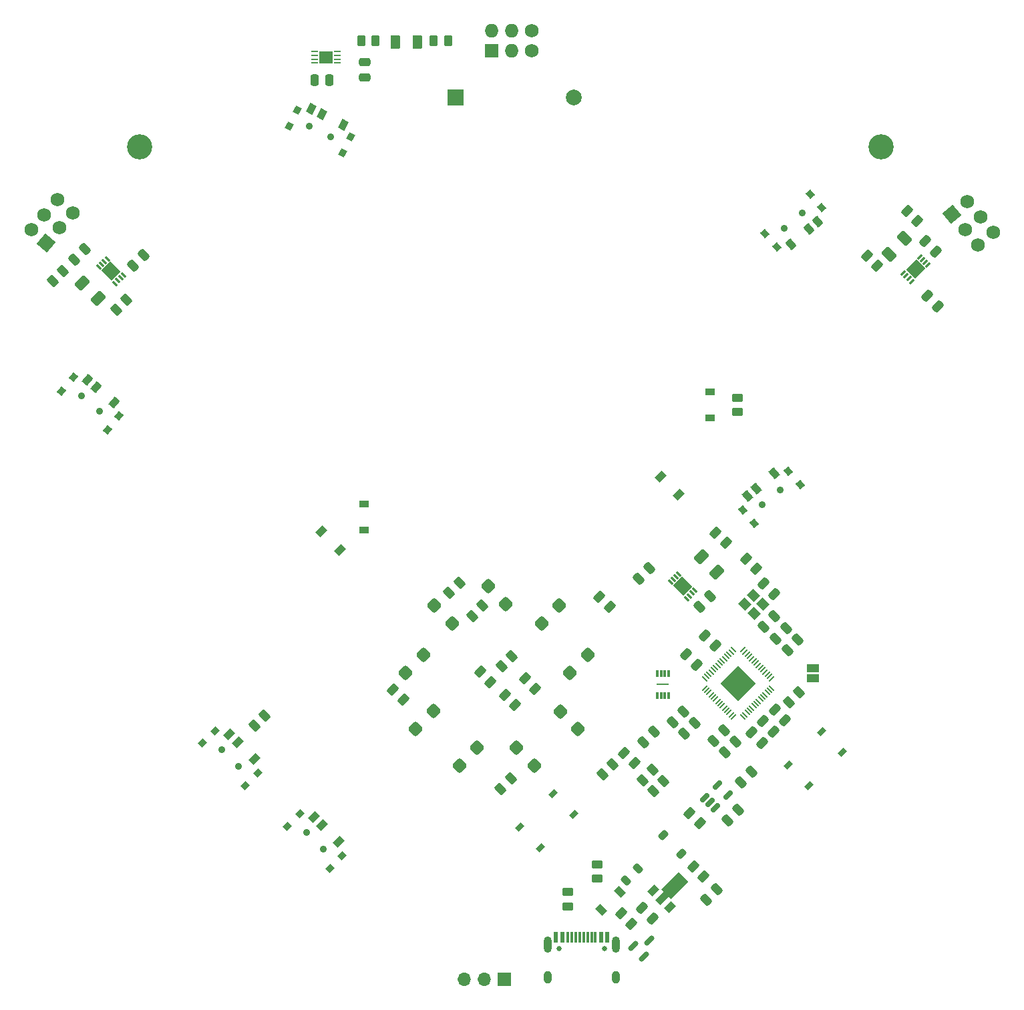
<source format=gbr>
%TF.GenerationSoftware,KiCad,Pcbnew,7.0.2-6a45011f42~172~ubuntu22.04.1*%
%TF.CreationDate,2023-05-03T19:23:26-07:00*%
%TF.ProjectId,CHV_DC31,4348565f-4443-4333-912e-6b696361645f,rev?*%
%TF.SameCoordinates,Original*%
%TF.FileFunction,Soldermask,Bot*%
%TF.FilePolarity,Negative*%
%FSLAX46Y46*%
G04 Gerber Fmt 4.6, Leading zero omitted, Abs format (unit mm)*
G04 Created by KiCad (PCBNEW 7.0.2-6a45011f42~172~ubuntu22.04.1) date 2023-05-03 19:23:26*
%MOMM*%
%LPD*%
G01*
G04 APERTURE LIST*
G04 Aperture macros list*
%AMRoundRect*
0 Rectangle with rounded corners*
0 $1 Rounding radius*
0 $2 $3 $4 $5 $6 $7 $8 $9 X,Y pos of 4 corners*
0 Add a 4 corners polygon primitive as box body*
4,1,4,$2,$3,$4,$5,$6,$7,$8,$9,$2,$3,0*
0 Add four circle primitives for the rounded corners*
1,1,$1+$1,$2,$3*
1,1,$1+$1,$4,$5*
1,1,$1+$1,$6,$7*
1,1,$1+$1,$8,$9*
0 Add four rect primitives between the rounded corners*
20,1,$1+$1,$2,$3,$4,$5,0*
20,1,$1+$1,$4,$5,$6,$7,0*
20,1,$1+$1,$6,$7,$8,$9,0*
20,1,$1+$1,$8,$9,$2,$3,0*%
%AMHorizOval*
0 Thick line with rounded ends*
0 $1 width*
0 $2 $3 position (X,Y) of the first rounded end (center of the circle)*
0 $4 $5 position (X,Y) of the second rounded end (center of the circle)*
0 Add line between two ends*
20,1,$1,$2,$3,$4,$5,0*
0 Add two circle primitives to create the rounded ends*
1,1,$1,$2,$3*
1,1,$1,$4,$5*%
%AMRotRect*
0 Rectangle, with rotation*
0 The origin of the aperture is its center*
0 $1 length*
0 $2 width*
0 $3 Rotation angle, in degrees counterclockwise*
0 Add horizontal line*
21,1,$1,$2,0,0,$3*%
%AMFreePoly0*
4,1,9,3.862500,-0.866500,0.737500,-0.866500,0.737500,-0.450000,-0.737500,-0.450000,-0.737500,0.450000,0.737500,0.450000,0.737500,0.866500,3.862500,0.866500,3.862500,-0.866500,3.862500,-0.866500,$1*%
G04 Aperture macros list end*
%ADD10HorizOval,1.727200X0.000000X0.000000X0.000000X0.000000X0*%
%ADD11RotRect,1.727200X1.727200X319.000000*%
%ADD12C,1.727200*%
%ADD13C,3.200000*%
%ADD14HorizOval,1.727200X0.000000X0.000000X0.000000X0.000000X0*%
%ADD15RotRect,1.727200X1.727200X220.000000*%
%ADD16O,1.727200X1.727200*%
%ADD17R,1.727200X1.727200*%
%ADD18RoundRect,0.375000X0.530330X0.000000X0.000000X0.530330X-0.530330X0.000000X0.000000X-0.530330X0*%
%ADD19RoundRect,0.250000X0.159099X-0.512652X0.512652X-0.159099X-0.159099X0.512652X-0.512652X0.159099X0*%
%ADD20RoundRect,0.250000X0.450000X-0.262500X0.450000X0.262500X-0.450000X0.262500X-0.450000X-0.262500X0*%
%ADD21RoundRect,0.375000X0.000000X0.530330X-0.530330X0.000000X0.000000X-0.530330X0.530330X0.000000X0*%
%ADD22RoundRect,0.250000X0.707107X0.176777X0.176777X0.707107X-0.707107X-0.176777X-0.176777X-0.707107X0*%
%ADD23R,1.200000X0.900000*%
%ADD24R,0.300000X0.900000*%
%ADD25R,1.650000X0.250000*%
%ADD26RoundRect,0.250000X-0.512652X-0.159099X-0.159099X-0.512652X0.512652X0.159099X0.159099X0.512652X0*%
%ADD27RoundRect,0.225000X0.424264X0.106066X0.106066X0.424264X-0.424264X-0.106066X-0.106066X-0.424264X0*%
%ADD28RoundRect,0.250000X-0.503814X-0.132583X-0.132583X-0.503814X0.503814X0.132583X0.132583X0.503814X0*%
%ADD29C,0.900000*%
%ADD30RotRect,0.900000X1.250000X315.000000*%
%ADD31RotRect,0.800000X0.930000X315.000000*%
%ADD32RoundRect,0.250000X0.132583X-0.503814X0.503814X-0.132583X-0.132583X0.503814X-0.503814X0.132583X0*%
%ADD33HorizOval,0.250000X-0.212132X-0.212132X0.212132X0.212132X0*%
%ADD34RotRect,1.800000X1.650000X225.000000*%
%ADD35RotRect,0.900000X1.250000X40.000000*%
%ADD36RotRect,0.800000X0.930000X40.000000*%
%ADD37RoundRect,0.250000X0.262500X0.450000X-0.262500X0.450000X-0.262500X-0.450000X0.262500X-0.450000X0*%
%ADD38RoundRect,0.250000X0.503814X0.132583X0.132583X0.503814X-0.503814X-0.132583X-0.132583X-0.503814X0*%
%ADD39RoundRect,0.250000X-0.159099X0.512652X-0.512652X0.159099X0.159099X-0.512652X0.512652X-0.159099X0*%
%ADD40RoundRect,0.250000X-0.176777X0.707107X-0.707107X0.176777X0.176777X-0.707107X0.707107X-0.176777X0*%
%ADD41RotRect,0.900000X1.250000X221.000000*%
%ADD42RotRect,0.800000X0.930000X221.000000*%
%ADD43RotRect,0.900000X1.250000X320.000000*%
%ADD44RotRect,0.800000X0.930000X320.000000*%
%ADD45RoundRect,0.250000X-0.132583X0.503814X-0.503814X0.132583X0.132583X-0.503814X0.503814X-0.132583X0*%
%ADD46RoundRect,0.250000X0.512652X0.159099X0.159099X0.512652X-0.512652X-0.159099X-0.159099X-0.512652X0*%
%ADD47RoundRect,0.050000X-0.309359X0.238649X0.238649X-0.309359X0.309359X-0.238649X-0.238649X0.309359X0*%
%ADD48RoundRect,0.050000X-0.309359X-0.238649X-0.238649X-0.309359X0.309359X0.238649X0.238649X0.309359X0*%
%ADD49RoundRect,0.144000X-2.059095X0.000000X0.000000X-2.059095X2.059095X0.000000X0.000000X2.059095X0*%
%ADD50RoundRect,0.375000X-0.530330X0.000000X0.000000X-0.530330X0.530330X0.000000X0.000000X0.530330X0*%
%ADD51RoundRect,0.375000X0.000000X-0.530330X0.530330X0.000000X0.000000X0.530330X-0.530330X0.000000X0*%
%ADD52R,2.000000X2.000000*%
%ADD53C,2.000000*%
%ADD54HorizOval,0.250000X0.212132X-0.212132X-0.212132X0.212132X0*%
%ADD55RotRect,1.800000X1.650000X315.000000*%
%ADD56RoundRect,0.250000X0.375000X0.625000X-0.375000X0.625000X-0.375000X-0.625000X0.375000X-0.625000X0*%
%ADD57R,1.500000X1.000000*%
%ADD58HorizOval,0.250000X-0.212132X0.212132X0.212132X-0.212132X0*%
%ADD59RotRect,1.800000X1.650000X135.000000*%
%ADD60R,1.700000X1.700000*%
%ADD61O,1.700000X1.700000*%
%ADD62RotRect,1.200000X1.100000X315.000000*%
%ADD63RoundRect,0.218750X0.114905X-0.424264X0.424264X-0.114905X-0.114905X0.424264X-0.424264X0.114905X0*%
%ADD64RoundRect,0.250000X-0.475000X0.250000X-0.475000X-0.250000X0.475000X-0.250000X0.475000X0.250000X0*%
%ADD65RotRect,1.300000X0.900000X45.000000*%
%ADD66FreePoly0,45.000000*%
%ADD67RoundRect,0.250000X-0.707107X-0.176777X-0.176777X-0.707107X0.707107X0.176777X0.176777X0.707107X0*%
%ADD68RoundRect,0.250000X-0.262500X-0.450000X0.262500X-0.450000X0.262500X0.450000X-0.262500X0.450000X0*%
%ADD69RotRect,0.900000X1.250000X333.000000*%
%ADD70RotRect,0.800000X0.930000X333.000000*%
%ADD71RotRect,0.900000X1.200000X315.000000*%
%ADD72RotRect,0.700000X1.000000X135.000000*%
%ADD73O,0.850000X0.250000*%
%ADD74R,1.800000X1.650000*%
%ADD75RoundRect,0.250000X-0.250000X-0.475000X0.250000X-0.475000X0.250000X0.475000X-0.250000X0.475000X0*%
%ADD76C,0.650000*%
%ADD77R,0.600000X1.450000*%
%ADD78R,0.300000X1.450000*%
%ADD79O,1.000000X1.600000*%
%ADD80O,1.000000X2.100000*%
%ADD81RoundRect,0.150000X-0.256326X-0.468458X0.468458X0.256326X0.256326X0.468458X-0.468458X-0.256326X0*%
%ADD82RotRect,0.900000X1.200000X135.000000*%
%ADD83RotRect,0.900000X1.200000X225.000000*%
%ADD84RoundRect,0.150000X-0.309359X-0.521491X0.521491X0.309359X0.309359X0.521491X-0.521491X-0.309359X0*%
G04 APERTURE END LIST*
D10*
%TO.C,J5*%
X67348575Y-57801053D03*
D11*
X69265537Y-59467443D03*
D10*
X69014965Y-55884091D03*
X70931927Y-57550481D03*
D12*
X70681355Y-53967128D03*
X72598317Y-55633518D03*
%TD*%
D13*
%TO.C,REF\u002A\u002A*%
X81125000Y-47300000D03*
%TD*%
%TO.C,REF\u002A\u002A*%
X175050000Y-47300000D03*
%TD*%
D14*
%TO.C,J4*%
X186013072Y-54221566D03*
D15*
X184067319Y-55854247D03*
D14*
X187645753Y-56167319D03*
X185700000Y-57800000D03*
D12*
X189278433Y-58113072D03*
X187332680Y-59745753D03*
%TD*%
D16*
%TO.C,J3*%
X125691400Y-32572985D03*
D17*
X125691400Y-35112985D03*
D16*
X128231400Y-32572985D03*
X128231400Y-35112985D03*
D12*
X130771400Y-32572985D03*
X130771400Y-35112985D03*
%TD*%
D18*
%TO.C,D15*%
X120707285Y-107707285D03*
X118444543Y-105444543D03*
%TD*%
D19*
%TO.C,C24*%
X80221924Y-62358928D03*
X81565426Y-61015426D03*
%TD*%
%TO.C,C6*%
X155258249Y-124075322D03*
X156601751Y-122731820D03*
%TD*%
D20*
%TO.C,R4*%
X135375000Y-143625000D03*
X135375000Y-141800000D03*
%TD*%
D19*
%TO.C,C5*%
X153788249Y-122605322D03*
X155131751Y-121261820D03*
%TD*%
D21*
%TO.C,D19*%
X118356371Y-118818629D03*
X116093629Y-121081371D03*
%TD*%
D22*
%TO.C,D2*%
X154240000Y-101205571D03*
X152260102Y-99225673D03*
%TD*%
D23*
%TO.C,D9*%
X109550000Y-92600000D03*
X109550000Y-95900000D03*
%TD*%
D24*
%TO.C,IC1*%
X146672500Y-114043571D03*
X147172500Y-114043571D03*
X147672500Y-114043571D03*
X148172500Y-114043571D03*
X148172500Y-116843571D03*
X147672500Y-116843571D03*
X147172500Y-116843571D03*
X146672500Y-116843571D03*
D25*
X147422500Y-115443571D03*
%TD*%
D26*
%TO.C,C17*%
X160150000Y-102656498D03*
X161493502Y-104000000D03*
%TD*%
D27*
%TO.C,D6*%
X149766726Y-136916726D03*
X147433274Y-134583274D03*
%TD*%
D28*
%TO.C,R7*%
X154094765Y-96218336D03*
X155385235Y-97508806D03*
%TD*%
D19*
%TO.C,C10*%
X157318249Y-127885322D03*
X158661751Y-126541820D03*
%TD*%
%TO.C,C18*%
X160150000Y-108150000D03*
X161493502Y-106806498D03*
%TD*%
D29*
%TO.C,S8*%
X91504900Y-123749768D03*
X93626220Y-125871088D03*
D30*
X92441816Y-121752191D03*
X93502476Y-122812851D03*
X95623797Y-124934172D03*
D31*
X90681120Y-121320856D03*
X89075988Y-122925988D03*
X96055132Y-126694868D03*
X94450000Y-128300000D03*
%TD*%
D32*
%TO.C,R5*%
X146214765Y-128995235D03*
X147505235Y-127704765D03*
%TD*%
%TO.C,R24*%
X120329765Y-103820235D03*
X121620235Y-102529765D03*
%TD*%
D33*
%TO.C,U5*%
X179939340Y-61239340D03*
X180292893Y-61592893D03*
X180646447Y-61946447D03*
X181000000Y-62300000D03*
X178949390Y-64350610D03*
X178595837Y-63997057D03*
X178242283Y-63643503D03*
X177888730Y-63289950D03*
D34*
X179444365Y-62794975D03*
%TD*%
D32*
%TO.C,R10*%
X139744765Y-126858806D03*
X141035235Y-125568336D03*
%TD*%
D29*
%TO.C,S3*%
X160000933Y-92689181D03*
X162299067Y-90760819D03*
D35*
X158092616Y-91581730D03*
X159241682Y-90617548D03*
X161539816Y-88689186D03*
D36*
X157509467Y-93298132D03*
X158968595Y-95037053D03*
X163331405Y-88412947D03*
X164790533Y-90151868D03*
%TD*%
D37*
%TO.C,R18*%
X111000000Y-33800000D03*
X109175000Y-33800000D03*
%TD*%
D38*
%TO.C,R20*%
X174596249Y-62373299D03*
X173305779Y-61082829D03*
%TD*%
D18*
%TO.C,D18*%
X127506371Y-105231371D03*
X125243629Y-102968629D03*
%TD*%
D38*
%TO.C,R19*%
X179643153Y-56668763D03*
X178352683Y-55378293D03*
%TD*%
D21*
%TO.C,D22*%
X117081371Y-111718629D03*
X114818629Y-113981371D03*
%TD*%
D39*
%TO.C,C4*%
X145661751Y-100691820D03*
X144318249Y-102035322D03*
%TD*%
D32*
%TO.C,R6*%
X144804765Y-127595235D03*
X146095235Y-126304765D03*
%TD*%
D19*
%TO.C,C2*%
X155618249Y-132685322D03*
X156961751Y-131341820D03*
%TD*%
D40*
%TO.C,D12*%
X178037867Y-58908579D03*
X176057969Y-60888477D03*
%TD*%
D29*
%TO.C,S5*%
X165093838Y-55648756D03*
X162829710Y-57616934D03*
D41*
X167021193Y-56722735D03*
X165889129Y-57706823D03*
X163625000Y-59675000D03*
D42*
X167574297Y-54996416D03*
X166085043Y-53283225D03*
X161838505Y-59982465D03*
X160349251Y-58269274D03*
%TD*%
D29*
%TO.C,S6*%
X73701866Y-78871638D03*
X76000000Y-80800000D03*
D43*
X74461117Y-76800005D03*
X75610184Y-77764186D03*
X77908317Y-79692549D03*
D44*
X72669528Y-76523766D03*
X71210400Y-78262687D03*
X78491466Y-81408951D03*
X77032338Y-83147872D03*
%TD*%
D45*
%TO.C,R23*%
X96910795Y-119415193D03*
X95620325Y-120705663D03*
%TD*%
%TO.C,R27*%
X124520235Y-105479765D03*
X123229765Y-106770235D03*
%TD*%
D46*
%TO.C,C21*%
X182019669Y-60545279D03*
X180676167Y-59201777D03*
%TD*%
D47*
%TO.C,U3*%
X152680843Y-114731369D03*
X152963686Y-114448526D03*
X153246528Y-114165684D03*
X153529371Y-113882841D03*
X153812214Y-113599998D03*
X154095056Y-113317156D03*
X154377899Y-113034313D03*
X154660742Y-112751470D03*
X154943585Y-112468627D03*
X155226427Y-112185785D03*
X155509270Y-111902942D03*
X155792113Y-111620099D03*
X156074955Y-111337257D03*
X156357798Y-111054414D03*
D48*
X157542202Y-111054414D03*
X157825045Y-111337257D03*
X158107887Y-111620099D03*
X158390730Y-111902942D03*
X158673573Y-112185785D03*
X158956415Y-112468627D03*
X159239258Y-112751470D03*
X159522101Y-113034313D03*
X159804944Y-113317156D03*
X160087786Y-113599998D03*
X160370629Y-113882841D03*
X160653472Y-114165684D03*
X160936314Y-114448526D03*
X161219157Y-114731369D03*
D47*
X161219157Y-115915773D03*
X160936314Y-116198616D03*
X160653472Y-116481458D03*
X160370629Y-116764301D03*
X160087786Y-117047144D03*
X159804944Y-117329986D03*
X159522101Y-117612829D03*
X159239258Y-117895672D03*
X158956415Y-118178515D03*
X158673573Y-118461357D03*
X158390730Y-118744200D03*
X158107887Y-119027043D03*
X157825045Y-119309885D03*
X157542202Y-119592728D03*
D48*
X156357798Y-119592728D03*
X156074955Y-119309885D03*
X155792113Y-119027043D03*
X155509270Y-118744200D03*
X155226427Y-118461357D03*
X154943585Y-118178515D03*
X154660742Y-117895672D03*
X154377899Y-117612829D03*
X154095056Y-117329986D03*
X153812214Y-117047144D03*
X153529371Y-116764301D03*
X153246528Y-116481458D03*
X152963686Y-116198616D03*
X152680843Y-115915773D03*
D49*
X156950000Y-115323571D03*
%TD*%
D28*
%TO.C,R30*%
X139379765Y-104354765D03*
X140670235Y-105645235D03*
%TD*%
D39*
%TO.C,C3*%
X164516751Y-109793249D03*
X163173249Y-111136751D03*
%TD*%
D26*
%TO.C,C22*%
X180928249Y-66128249D03*
X182271751Y-67471751D03*
%TD*%
D28*
%TO.C,R13*%
X151294765Y-138514765D03*
X152585235Y-139805235D03*
%TD*%
D50*
%TO.C,D23*%
X128869728Y-123468629D03*
X131132470Y-125731371D03*
%TD*%
D23*
%TO.C,D11*%
X153375000Y-78387500D03*
X153375000Y-81687500D03*
%TD*%
D50*
%TO.C,D20*%
X134393629Y-118868629D03*
X136656371Y-121131371D03*
%TD*%
D46*
%TO.C,C13*%
X151670000Y-113003571D03*
X150326498Y-111660069D03*
%TD*%
D51*
%TO.C,D21*%
X132018629Y-107706371D03*
X134281371Y-105443629D03*
%TD*%
D38*
%TO.C,R12*%
X143420470Y-145790470D03*
X142130000Y-144500000D03*
%TD*%
D52*
%TO.C,BT1*%
X121155000Y-40985000D03*
D53*
X136145000Y-40985000D03*
%TD*%
D32*
%TO.C,R2*%
X163363530Y-117736041D03*
X164654000Y-116445571D03*
%TD*%
D45*
%TO.C,R21*%
X71360661Y-63045191D03*
X70070191Y-64335661D03*
%TD*%
D32*
%TO.C,R25*%
X126950000Y-113150000D03*
X128240470Y-111859530D03*
%TD*%
D39*
%TO.C,C23*%
X74137177Y-60268675D03*
X72793675Y-61612177D03*
%TD*%
D54*
%TO.C,U6*%
X75929156Y-62550476D03*
X76282709Y-62196923D03*
X76636263Y-61843369D03*
X76989816Y-61489816D03*
X79040426Y-63540426D03*
X78686873Y-63893979D03*
X78333319Y-64247533D03*
X77979766Y-64601086D03*
D55*
X77484791Y-63045451D03*
%TD*%
D19*
%TO.C,C16*%
X144948249Y-122821751D03*
X146291751Y-121478249D03*
%TD*%
D56*
%TO.C,D10*%
X116287500Y-34000000D03*
X113487500Y-34000000D03*
%TD*%
D57*
%TO.C,J2*%
X166432000Y-113367571D03*
X166432000Y-114667571D03*
%TD*%
D39*
%TO.C,C14*%
X151411751Y-120348249D03*
X150068249Y-121691751D03*
%TD*%
D58*
%TO.C,U1*%
X151470635Y-103508546D03*
X151117082Y-103862099D03*
X150763528Y-104215653D03*
X150409975Y-104569206D03*
X148359365Y-102518596D03*
X148712918Y-102165043D03*
X149066472Y-101811489D03*
X149420025Y-101457936D03*
D59*
X149915000Y-103013571D03*
%TD*%
D60*
%TO.C,J6*%
X127315000Y-152850000D03*
D61*
X124775000Y-152850000D03*
X122235000Y-152850000D03*
%TD*%
D62*
%TO.C,Y1*%
X158926238Y-104142736D03*
X160071751Y-105288249D03*
X158940380Y-106419620D03*
X157794867Y-105274107D03*
%TD*%
D63*
%TO.C,L1*%
X142722174Y-140326748D03*
X144224776Y-138824146D03*
%TD*%
D64*
%TO.C,C19*%
X109600000Y-36550000D03*
X109600000Y-38450000D03*
%TD*%
D45*
%TO.C,R32*%
X128126099Y-127395000D03*
X126835629Y-128685470D03*
%TD*%
D65*
%TO.C,U7*%
X148313101Y-143747377D03*
D66*
X147314313Y-142624845D03*
D65*
X146191781Y-141626057D03*
%TD*%
D26*
%TO.C,C9*%
X161568249Y-118651820D03*
X162911751Y-119995322D03*
%TD*%
D67*
%TO.C,D14*%
X73825477Y-64550477D03*
X75805375Y-66530375D03*
%TD*%
D45*
%TO.C,R22*%
X79435051Y-66644581D03*
X78144581Y-67935051D03*
%TD*%
D68*
%TO.C,R17*%
X118375000Y-33800000D03*
X120200000Y-33800000D03*
%TD*%
D29*
%TO.C,S4*%
X102597539Y-44652189D03*
X105270559Y-46014161D03*
D69*
X102871315Y-42462858D03*
X104207824Y-43143844D03*
X106880844Y-44505815D03*
D70*
X101063503Y-42596719D03*
X100032945Y-44619304D03*
X107835153Y-46047046D03*
X106804595Y-48069631D03*
%TD*%
D19*
%TO.C,C26*%
X152913351Y-142764498D03*
X154256853Y-141420996D03*
%TD*%
D28*
%TO.C,R31*%
X124250000Y-113850000D03*
X125540470Y-115140470D03*
%TD*%
D46*
%TO.C,C12*%
X154090000Y-110563571D03*
X152746498Y-109220069D03*
%TD*%
D29*
%TO.C,S7*%
X102231103Y-134265596D03*
X104352423Y-136386916D03*
D30*
X103168019Y-132268019D03*
X104228679Y-133328679D03*
X106350000Y-135450000D03*
D31*
X101407323Y-131836684D03*
X99802191Y-133441816D03*
X106781335Y-137210696D03*
X105176203Y-138815828D03*
%TD*%
D26*
%TO.C,C8*%
X160088249Y-120121820D03*
X161431751Y-121465322D03*
%TD*%
D38*
%TO.C,R9*%
X152085235Y-133058806D03*
X150794765Y-131768336D03*
%TD*%
%TO.C,R29*%
X131200000Y-116000000D03*
X129909530Y-114709530D03*
%TD*%
%TO.C,R11*%
X143785235Y-125408806D03*
X142494765Y-124118336D03*
%TD*%
D19*
%TO.C,C1*%
X148626498Y-120263502D03*
X149970000Y-118920000D03*
%TD*%
D71*
%TO.C,D13*%
X104133274Y-96083274D03*
X106466726Y-98416726D03*
%TD*%
D20*
%TO.C,R3*%
X139110000Y-140112500D03*
X139110000Y-138287500D03*
%TD*%
D28*
%TO.C,R8*%
X157934530Y-99509530D03*
X159225000Y-100800000D03*
%TD*%
D38*
%TO.C,R28*%
X114495235Y-117420235D03*
X113204765Y-116129765D03*
%TD*%
D72*
%TO.C,S2*%
X133486397Y-129297309D03*
X129243756Y-133539950D03*
X136102692Y-131913604D03*
X131860051Y-136156245D03*
%TD*%
D73*
%TO.C,U4*%
X106150000Y-35150000D03*
X106150000Y-35650000D03*
X106150000Y-36150000D03*
X106150000Y-36650000D03*
X103250000Y-36650000D03*
X103250000Y-36150000D03*
X103250000Y-35650000D03*
X103250000Y-35150000D03*
D74*
X104700000Y-35900000D03*
%TD*%
D75*
%TO.C,C20*%
X103250000Y-38850000D03*
X105150000Y-38850000D03*
%TD*%
D19*
%TO.C,C11*%
X161703249Y-109696751D03*
X163046751Y-108353249D03*
%TD*%
D72*
%TO.C,S1*%
X167563173Y-121420532D03*
X163320532Y-125663173D03*
X170179468Y-124036827D03*
X165936827Y-128279468D03*
%TD*%
D19*
%TO.C,C7*%
X152068249Y-105585322D03*
X153411751Y-104241820D03*
%TD*%
D76*
%TO.C,J1*%
X140007500Y-148982500D03*
X134227500Y-148982500D03*
D77*
X140367500Y-147537500D03*
X139567500Y-147537500D03*
D78*
X138367500Y-147537500D03*
X137367500Y-147537500D03*
X136867500Y-147537500D03*
X135867500Y-147537500D03*
D77*
X134667500Y-147537500D03*
X133867500Y-147537500D03*
X133867500Y-147537500D03*
X134667500Y-147537500D03*
D78*
X135367500Y-147537500D03*
X136367500Y-147537500D03*
X137867500Y-147537500D03*
X138867500Y-147537500D03*
D77*
X139567500Y-147537500D03*
X140367500Y-147537500D03*
D79*
X141437500Y-152632500D03*
D80*
X141437500Y-148452500D03*
D79*
X132797500Y-152632500D03*
D80*
X132797500Y-148452500D03*
%TD*%
D20*
%TO.C,R1*%
X156900000Y-80900000D03*
X156900000Y-79075000D03*
%TD*%
D21*
%TO.C,D17*%
X137907285Y-111717716D03*
X135644543Y-113980458D03*
%TD*%
D81*
%TO.C,U2*%
X154072623Y-131130947D03*
X153400872Y-130459196D03*
X152729121Y-129787445D03*
X154337789Y-128178777D03*
X155681291Y-129522279D03*
%TD*%
D26*
%TO.C,C25*%
X144788695Y-143789804D03*
X146132197Y-145133306D03*
%TD*%
D82*
%TO.C,D3*%
X149425000Y-91400000D03*
X147091548Y-89066548D03*
%TD*%
D26*
%TO.C,C15*%
X158648249Y-121561820D03*
X159991751Y-122905322D03*
%TD*%
D21*
%TO.C,D16*%
X123881371Y-123468629D03*
X121618629Y-125731371D03*
%TD*%
D83*
%TO.C,D1*%
X141936726Y-141743274D03*
X139603274Y-144076726D03*
%TD*%
D84*
%TO.C,Q1*%
X145018839Y-149964664D03*
X143675336Y-148621161D03*
X145672913Y-147967087D03*
%TD*%
D38*
%TO.C,R26*%
X128675000Y-118075000D03*
X127384530Y-116784530D03*
%TD*%
M02*

</source>
